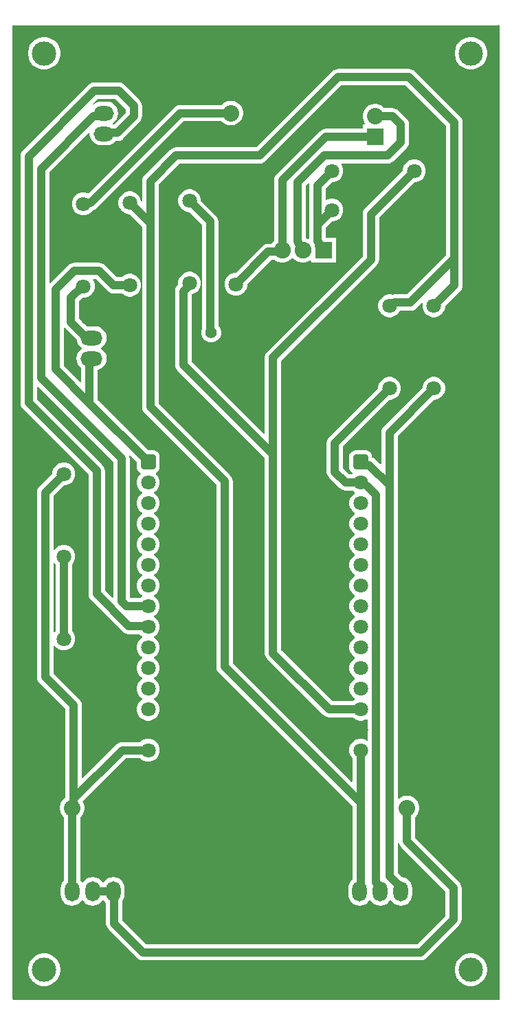
<source format=gbl>
G04*
G04 #@! TF.GenerationSoftware,Altium Limited,Altium Designer,21.0.9 (235)*
G04*
G04 Layer_Physical_Order=2*
G04 Layer_Color=16711680*
%FSLAX44Y44*%
%MOMM*%
G71*
G04*
G04 #@! TF.SameCoordinates,A5C90C27-E0DC-4246-AD6F-4CBF63F12547*
G04*
G04*
G04 #@! TF.FilePolarity,Positive*
G04*
G01*
G75*
%ADD10C,1.0000*%
%ADD11C,1.8000*%
%ADD12R,2.0320X2.0320*%
%ADD13C,2.0320*%
%ADD14O,2.5000X1.8000*%
%ADD15R,2.5000X2.0000*%
%ADD16O,2.7000X1.8000*%
%ADD17C,1.4160*%
%ADD18R,2.0700X2.0700*%
%ADD19C,2.0700*%
%ADD20O,1.8000X2.5000*%
G04:AMPARAMS|DCode=21|XSize=1.8mm|YSize=1.8mm|CornerRadius=0.225mm|HoleSize=0mm|Usage=FLASHONLY|Rotation=270.000|XOffset=0mm|YOffset=0mm|HoleType=Round|Shape=RoundedRectangle|*
%AMROUNDEDRECTD21*
21,1,1.8000,1.3500,0,0,270.0*
21,1,1.3500,1.8000,0,0,270.0*
1,1,0.4500,-0.6750,-0.6750*
1,1,0.4500,-0.6750,0.6750*
1,1,0.4500,0.6750,0.6750*
1,1,0.4500,0.6750,-0.6750*
%
%ADD21ROUNDEDRECTD21*%
%ADD22R,2.0320X2.0320*%
%ADD23R,2.0000X2.5000*%
%ADD24C,3.0000*%
G36*
X600710Y1200150D02*
Y0D01*
X1270D01*
X0Y1270D01*
Y1200150D01*
X598170D01*
X599440Y1201420D01*
X600710Y1200150D01*
D02*
G37*
%LPC*%
G36*
X567120Y1185860D02*
X563180D01*
X559316Y1185091D01*
X555676Y1183584D01*
X552401Y1181395D01*
X549615Y1178609D01*
X547426Y1175333D01*
X545919Y1171694D01*
X545150Y1167830D01*
Y1163890D01*
X545919Y1160026D01*
X547426Y1156386D01*
X549615Y1153111D01*
X552401Y1150325D01*
X555676Y1148136D01*
X559316Y1146629D01*
X563180Y1145860D01*
X567120D01*
X570984Y1146629D01*
X574623Y1148136D01*
X577899Y1150325D01*
X580685Y1153111D01*
X582874Y1156386D01*
X584381Y1160026D01*
X585150Y1163890D01*
Y1167830D01*
X584381Y1171694D01*
X582874Y1175333D01*
X580685Y1178609D01*
X577899Y1181395D01*
X574623Y1183584D01*
X570984Y1185091D01*
X567120Y1185860D01*
D02*
G37*
G36*
X41340D02*
X37400D01*
X33536Y1185091D01*
X29897Y1183584D01*
X26621Y1181395D01*
X23835Y1178609D01*
X21646Y1175333D01*
X20139Y1171694D01*
X19370Y1167830D01*
Y1163890D01*
X20139Y1160026D01*
X21646Y1156386D01*
X23835Y1153111D01*
X26621Y1150325D01*
X29897Y1148136D01*
X33536Y1146629D01*
X37400Y1145860D01*
X41340D01*
X45204Y1146629D01*
X48843Y1148136D01*
X52119Y1150325D01*
X54905Y1153111D01*
X57094Y1156386D01*
X58601Y1160026D01*
X59370Y1163890D01*
Y1167830D01*
X58601Y1171694D01*
X57094Y1175333D01*
X54905Y1178609D01*
X52119Y1181395D01*
X48843Y1183584D01*
X45204Y1185091D01*
X41340Y1185860D01*
D02*
G37*
G36*
X270733Y1107360D02*
X267747D01*
X264818Y1106777D01*
X262059Y1105635D01*
X259576Y1103976D01*
X257887Y1102286D01*
X207010D01*
X204400Y1101943D01*
X201967Y1100935D01*
X199878Y1099332D01*
X93666Y993121D01*
X93034Y993486D01*
X89473Y994440D01*
X85787D01*
X82226Y993486D01*
X79034Y991643D01*
X76427Y989036D01*
X74584Y985844D01*
X73630Y982283D01*
Y978597D01*
X74584Y975036D01*
X76427Y971844D01*
X79034Y969237D01*
X82226Y967394D01*
X85787Y966440D01*
X89473D01*
X93034Y967394D01*
X96226Y969237D01*
X98833Y971844D01*
X99027Y972180D01*
X99391Y972228D01*
X101824Y973236D01*
X103913Y974839D01*
X211188Y1082114D01*
X257887D01*
X259576Y1080424D01*
X262059Y1078765D01*
X264818Y1077623D01*
X267747Y1077040D01*
X270733D01*
X273662Y1077623D01*
X276421Y1078765D01*
X278904Y1080424D01*
X281015Y1082536D01*
X282675Y1085019D01*
X283817Y1087778D01*
X284400Y1090707D01*
Y1093693D01*
X283817Y1096622D01*
X282675Y1099381D01*
X281015Y1101864D01*
X278904Y1103976D01*
X276421Y1105635D01*
X273662Y1106777D01*
X270733Y1107360D01*
D02*
G37*
G36*
X131087Y1129949D02*
X101323D01*
X98712Y1129605D01*
X96280Y1128598D01*
X94191Y1126995D01*
X13188Y1045992D01*
X11585Y1043903D01*
X10577Y1041470D01*
X10234Y1038860D01*
Y735330D01*
X10577Y732719D01*
X11585Y730287D01*
X13188Y728198D01*
X94054Y647332D01*
Y499865D01*
X94397Y497254D01*
X95405Y494822D01*
X97008Y492733D01*
X136378Y453363D01*
X138467Y451760D01*
X140899Y450752D01*
X143510Y450408D01*
X156643D01*
X158914Y448137D01*
X160407Y447275D01*
Y446005D01*
X158914Y445143D01*
X156307Y442536D01*
X154464Y439344D01*
X153510Y435783D01*
Y432097D01*
X154464Y428536D01*
X156307Y425344D01*
X158914Y422737D01*
X160407Y421875D01*
Y420605D01*
X158914Y419743D01*
X156307Y417136D01*
X154464Y413944D01*
X153510Y410383D01*
Y406697D01*
X154464Y403136D01*
X156307Y399944D01*
X158914Y397337D01*
X160407Y396475D01*
Y395205D01*
X158914Y394343D01*
X156307Y391736D01*
X154464Y388544D01*
X153510Y384983D01*
Y381297D01*
X154464Y377736D01*
X156307Y374544D01*
X158914Y371937D01*
X160407Y371075D01*
Y369805D01*
X158914Y368943D01*
X156307Y366336D01*
X154464Y363144D01*
X153510Y359583D01*
Y355897D01*
X154464Y352336D01*
X156307Y349144D01*
X158914Y346537D01*
X162106Y344694D01*
X165667Y343740D01*
X169353D01*
X172914Y344694D01*
X176106Y346537D01*
X178713Y349144D01*
X180556Y352336D01*
X181510Y355897D01*
Y359583D01*
X180556Y363144D01*
X178713Y366336D01*
X176106Y368943D01*
X174613Y369805D01*
Y371075D01*
X176106Y371937D01*
X178713Y374544D01*
X180556Y377736D01*
X181510Y381297D01*
Y384983D01*
X180556Y388544D01*
X178713Y391736D01*
X176106Y394343D01*
X174613Y395205D01*
Y396475D01*
X176106Y397337D01*
X178713Y399944D01*
X180556Y403136D01*
X181510Y406697D01*
Y410383D01*
X180556Y413944D01*
X178713Y417136D01*
X176106Y419743D01*
X174613Y420605D01*
Y421875D01*
X176106Y422737D01*
X178713Y425344D01*
X180556Y428536D01*
X181510Y432097D01*
Y435783D01*
X180556Y439344D01*
X178713Y442536D01*
X176106Y445143D01*
X174613Y446005D01*
Y447275D01*
X176106Y448137D01*
X178713Y450744D01*
X180556Y453936D01*
X181510Y457497D01*
Y461183D01*
X180556Y464744D01*
X178713Y467936D01*
X176106Y470543D01*
X174613Y471405D01*
Y472675D01*
X176106Y473537D01*
X178713Y476144D01*
X180556Y479336D01*
X181510Y482897D01*
Y486583D01*
X180556Y490144D01*
X178713Y493336D01*
X176106Y495943D01*
X174613Y496805D01*
Y498075D01*
X176106Y498937D01*
X178713Y501544D01*
X180556Y504736D01*
X181510Y508297D01*
Y511983D01*
X180556Y515544D01*
X178713Y518736D01*
X176106Y521343D01*
X174613Y522205D01*
Y523475D01*
X176106Y524337D01*
X178713Y526944D01*
X180556Y530136D01*
X181510Y533697D01*
Y537383D01*
X180556Y540944D01*
X178713Y544136D01*
X176106Y546743D01*
X174613Y547605D01*
Y548875D01*
X176106Y549737D01*
X178713Y552344D01*
X180556Y555536D01*
X181510Y559097D01*
Y562783D01*
X180556Y566344D01*
X178713Y569536D01*
X176106Y572143D01*
X174613Y573005D01*
Y574275D01*
X176106Y575137D01*
X178713Y577744D01*
X180556Y580936D01*
X181510Y584497D01*
Y588183D01*
X180556Y591744D01*
X178713Y594936D01*
X176106Y597543D01*
X174613Y598405D01*
Y599675D01*
X176106Y600537D01*
X178713Y603144D01*
X180556Y606336D01*
X181510Y609897D01*
Y613583D01*
X180556Y617144D01*
X178713Y620336D01*
X176106Y622943D01*
X174613Y623805D01*
Y625075D01*
X176106Y625937D01*
X178713Y628544D01*
X180556Y631736D01*
X181510Y635297D01*
Y638983D01*
X180556Y642544D01*
X178713Y645736D01*
X176820Y647629D01*
X177118Y649127D01*
X177916Y649457D01*
X179431Y650619D01*
X180593Y652134D01*
X181323Y653897D01*
X181572Y655790D01*
Y669290D01*
X181323Y671183D01*
X180593Y672946D01*
X179431Y674461D01*
X177916Y675623D01*
X176153Y676353D01*
X174260Y676602D01*
X167712D01*
X105336Y738978D01*
Y776220D01*
X105945Y776300D01*
X109350Y777711D01*
X112275Y779955D01*
X114519Y782880D01*
X115930Y786285D01*
X116411Y789940D01*
X115930Y793595D01*
X114519Y797000D01*
X112275Y799925D01*
X109717Y801888D01*
X109614Y802231D01*
Y803049D01*
X109717Y803392D01*
X112275Y805355D01*
X114519Y808280D01*
X115930Y811685D01*
X116411Y815340D01*
X115930Y818995D01*
X114519Y822400D01*
X112275Y825325D01*
X109350Y827569D01*
X105945Y828980D01*
X102290Y829461D01*
X93290D01*
X92118Y829306D01*
X82476Y838948D01*
Y860692D01*
X86624Y864840D01*
X89473D01*
X93034Y865794D01*
X96226Y867637D01*
X98833Y870244D01*
X100676Y873436D01*
X101630Y876997D01*
Y880683D01*
X100676Y884244D01*
X99383Y886484D01*
X100116Y887754D01*
X102929D01*
X117704Y872978D01*
X119794Y871375D01*
X122226Y870367D01*
X124837Y870024D01*
X135067D01*
X136184Y868907D01*
X139376Y867064D01*
X142937Y866110D01*
X146623D01*
X150184Y867064D01*
X153376Y868907D01*
X155983Y871514D01*
X157826Y874706D01*
X158780Y878267D01*
Y881953D01*
X157826Y885514D01*
X155983Y888706D01*
X153376Y891313D01*
X150184Y893156D01*
X146623Y894110D01*
X142937D01*
X139376Y893156D01*
X136184Y891313D01*
X135067Y890196D01*
X129015D01*
X114239Y904972D01*
X112150Y906575D01*
X109717Y907583D01*
X107107Y907926D01*
X76150D01*
X73540Y907583D01*
X71107Y906575D01*
X69018Y904972D01*
X46916Y882870D01*
X45646Y883397D01*
Y1019442D01*
X94377Y1068173D01*
X95516Y1067611D01*
X95409Y1066800D01*
X95890Y1063145D01*
X97301Y1059740D01*
X99545Y1056815D01*
X102470Y1054571D01*
X105875Y1053160D01*
X109530Y1052679D01*
X116530D01*
X120185Y1053160D01*
X123590Y1054571D01*
X126515Y1056815D01*
X127282Y1057814D01*
X129370D01*
X131981Y1058158D01*
X134414Y1059166D01*
X136503Y1060769D01*
X156992Y1081258D01*
X158595Y1083347D01*
X159603Y1085779D01*
X159946Y1088390D01*
Y1101090D01*
X159603Y1103700D01*
X158595Y1106133D01*
X156992Y1108222D01*
X138219Y1126995D01*
X136130Y1128598D01*
X133698Y1129605D01*
X131087Y1129949D01*
D02*
G37*
G36*
X448533Y1103550D02*
X445547D01*
X442618Y1102967D01*
X439859Y1101825D01*
X437376Y1100165D01*
X435265Y1098054D01*
X433605Y1095571D01*
X432463Y1092812D01*
X431880Y1089883D01*
Y1086897D01*
X432463Y1083968D01*
X433605Y1081209D01*
X434801Y1079420D01*
X434122Y1078150D01*
X431880D01*
Y1073076D01*
X386457D01*
X383846Y1072733D01*
X381414Y1071725D01*
X379325Y1070122D01*
X325608Y1016405D01*
X324005Y1014316D01*
X322997Y1011884D01*
X322654Y1009273D01*
Y934912D01*
X320817Y933075D01*
X319650Y931329D01*
X315453D01*
X312842Y930985D01*
X310410Y929978D01*
X308321Y928375D01*
X275326Y895380D01*
X273747D01*
X270186Y894426D01*
X266994Y892583D01*
X264387Y889976D01*
X262544Y886784D01*
X261590Y883223D01*
Y879537D01*
X262544Y875976D01*
X264387Y872784D01*
X266994Y870177D01*
X270186Y868334D01*
X273747Y867380D01*
X277433D01*
X280994Y868334D01*
X284186Y870177D01*
X286793Y872784D01*
X288636Y875976D01*
X289590Y879537D01*
Y881116D01*
X319631Y911156D01*
X323270D01*
X325469Y909687D01*
X328263Y908530D01*
X331228Y907940D01*
X334252D01*
X337217Y908530D01*
X340011Y909687D01*
X342525Y911367D01*
X344663Y913505D01*
X344805Y913717D01*
X346075D01*
X346217Y913505D01*
X348355Y911367D01*
X350869Y909687D01*
X353663Y908530D01*
X356628Y907940D01*
X359652D01*
X362617Y908530D01*
X365411Y909687D01*
X366920Y910695D01*
X368190Y910016D01*
Y907940D01*
X398890D01*
Y938640D01*
X386006D01*
Y950862D01*
X393964Y958820D01*
X395543D01*
X399104Y959774D01*
X402296Y961617D01*
X404903Y964224D01*
X406746Y967416D01*
X407700Y970977D01*
Y974663D01*
X406746Y978224D01*
X404903Y981416D01*
X402296Y984023D01*
X399104Y985866D01*
X395543Y986820D01*
X391857D01*
X388296Y985866D01*
X387106Y985179D01*
X386006Y985814D01*
Y999122D01*
X393964Y1007080D01*
X395543D01*
X399104Y1008034D01*
X402296Y1009877D01*
X404903Y1012484D01*
X406746Y1015676D01*
X407700Y1019237D01*
Y1022923D01*
X406746Y1026484D01*
X405453Y1028724D01*
X406186Y1029994D01*
X462230D01*
X464841Y1030337D01*
X467273Y1031345D01*
X469362Y1032948D01*
X485922Y1049508D01*
X487525Y1051597D01*
X488533Y1054029D01*
X488876Y1056640D01*
Y1078230D01*
X488533Y1080841D01*
X487525Y1083273D01*
X485922Y1085362D01*
X475762Y1095522D01*
X473673Y1097125D01*
X471241Y1098133D01*
X468630Y1098476D01*
X458393D01*
X456704Y1100165D01*
X454221Y1101825D01*
X451462Y1102967D01*
X448533Y1103550D01*
D02*
G37*
G36*
X488950Y1146736D02*
X401320D01*
X398709Y1146393D01*
X396277Y1145385D01*
X394188Y1143782D01*
X300622Y1050216D01*
X201930D01*
X199319Y1049873D01*
X196887Y1048865D01*
X194798Y1047262D01*
X163048Y1015512D01*
X161445Y1013423D01*
X160437Y1010991D01*
X160094Y1008380D01*
Y983800D01*
X158824Y983121D01*
X158780Y983150D01*
Y983553D01*
X157826Y987114D01*
X155983Y990306D01*
X153376Y992913D01*
X150184Y994756D01*
X146623Y995710D01*
X142937D01*
X139376Y994756D01*
X136184Y992913D01*
X133577Y990306D01*
X131734Y987114D01*
X130780Y983553D01*
Y979867D01*
X131734Y976306D01*
X133577Y973114D01*
X136184Y970507D01*
X139376Y968664D01*
X142937Y967710D01*
X144516D01*
X160094Y952132D01*
Y730250D01*
X160437Y727639D01*
X161445Y725207D01*
X163048Y723118D01*
X251534Y634632D01*
Y410210D01*
X251877Y407599D01*
X252885Y405167D01*
X254488Y403078D01*
X419174Y238392D01*
Y147732D01*
X418005Y146835D01*
X415761Y143910D01*
X414350Y140505D01*
X413869Y136850D01*
Y129850D01*
X414350Y126195D01*
X415761Y122790D01*
X418005Y119865D01*
X420930Y117621D01*
X424335Y116210D01*
X427990Y115729D01*
X431645Y116210D01*
X435050Y117621D01*
X437975Y119865D01*
X439938Y122423D01*
X440281Y122526D01*
X441099D01*
X441442Y122423D01*
X443405Y119865D01*
X446330Y117621D01*
X449735Y116210D01*
X453390Y115729D01*
X457045Y116210D01*
X460450Y117621D01*
X463375Y119865D01*
X465338Y122423D01*
X465681Y122526D01*
X466499D01*
X466842Y122423D01*
X468805Y119865D01*
X471730Y117621D01*
X475135Y116210D01*
X478790Y115729D01*
X482445Y116210D01*
X485850Y117621D01*
X488775Y119865D01*
X491019Y122790D01*
X492430Y126195D01*
X492911Y129850D01*
Y136850D01*
X492430Y140505D01*
X491019Y143910D01*
X488775Y146835D01*
X485850Y149079D01*
X482445Y150490D01*
X480648Y150726D01*
X475066Y156308D01*
Y194640D01*
X476336Y194724D01*
X476667Y192208D01*
X477675Y189776D01*
X479278Y187687D01*
X533474Y133491D01*
Y103238D01*
X498742Y68506D01*
X165468D01*
X135816Y98158D01*
Y121652D01*
X136689Y122790D01*
X138100Y126195D01*
X138581Y129850D01*
Y136850D01*
X138100Y140505D01*
X136689Y143910D01*
X134445Y146835D01*
X131520Y149079D01*
X128115Y150490D01*
X124460Y150971D01*
X120805Y150490D01*
X117400Y149079D01*
X114475Y146835D01*
X112512Y144277D01*
X112169Y144174D01*
X111351D01*
X111008Y144277D01*
X109045Y146835D01*
X106120Y149079D01*
X102715Y150490D01*
X99060Y150971D01*
X95405Y150490D01*
X92000Y149079D01*
X89075Y146835D01*
X87112Y144277D01*
X86769Y144174D01*
X85951D01*
X85608Y144277D01*
X83746Y146703D01*
Y224867D01*
X85435Y226556D01*
X87095Y229039D01*
X88237Y231798D01*
X88820Y234727D01*
Y237713D01*
X88237Y240642D01*
X87095Y243401D01*
X86673Y244031D01*
X139896Y297254D01*
X157797D01*
X158914Y296137D01*
X162106Y294294D01*
X165667Y293340D01*
X169353D01*
X172914Y294294D01*
X176106Y296137D01*
X178713Y298744D01*
X180556Y301936D01*
X181510Y305497D01*
Y309183D01*
X180556Y312744D01*
X178713Y315936D01*
X176106Y318543D01*
X172914Y320386D01*
X169353Y321340D01*
X165667D01*
X162106Y320386D01*
X158914Y318543D01*
X157797Y317426D01*
X135718D01*
X133107Y317083D01*
X130675Y316075D01*
X128586Y314472D01*
X86894Y272780D01*
X85721Y273267D01*
Y362515D01*
X85377Y365126D01*
X84370Y367559D01*
X82767Y369647D01*
X50726Y401688D01*
Y436171D01*
X51953Y436499D01*
X52297Y435903D01*
X54904Y433296D01*
X58096Y431453D01*
X61657Y430499D01*
X65343D01*
X68904Y431453D01*
X72096Y433296D01*
X74703Y435903D01*
X76546Y439095D01*
X77500Y442656D01*
Y446342D01*
X76546Y449903D01*
X74703Y453095D01*
X73586Y454212D01*
Y536387D01*
X74703Y537504D01*
X76546Y540696D01*
X77500Y544257D01*
Y547943D01*
X76546Y551504D01*
X74703Y554696D01*
X72096Y557303D01*
X68904Y559146D01*
X65343Y560100D01*
X61657D01*
X58096Y559146D01*
X54904Y557303D01*
X52297Y554696D01*
X51953Y554100D01*
X50726Y554429D01*
Y620662D01*
X63764Y633700D01*
X65343D01*
X68904Y634654D01*
X72096Y636497D01*
X74703Y639104D01*
X76546Y642296D01*
X77500Y645857D01*
Y649543D01*
X76546Y653104D01*
X74703Y656296D01*
X72096Y658903D01*
X68904Y660746D01*
X65343Y661700D01*
X61657D01*
X58096Y660746D01*
X54904Y658903D01*
X52297Y656296D01*
X50454Y653104D01*
X49500Y649543D01*
Y647964D01*
X33508Y631972D01*
X31905Y629883D01*
X30897Y627450D01*
X30554Y624840D01*
Y397510D01*
X30897Y394899D01*
X31905Y392467D01*
X33508Y390378D01*
X65548Y358338D01*
Y249033D01*
X63996Y247995D01*
X61884Y245884D01*
X60225Y243401D01*
X59083Y240642D01*
X58500Y237713D01*
Y234727D01*
X59083Y231798D01*
X60225Y229039D01*
X61884Y226556D01*
X63574Y224867D01*
Y146703D01*
X61431Y143910D01*
X60020Y140505D01*
X59539Y136850D01*
Y129850D01*
X60020Y126195D01*
X61431Y122790D01*
X63675Y119865D01*
X66600Y117621D01*
X70005Y116210D01*
X73660Y115729D01*
X77315Y116210D01*
X80720Y117621D01*
X83645Y119865D01*
X85608Y122423D01*
X85951Y122526D01*
X86769D01*
X87112Y122423D01*
X89075Y119865D01*
X92000Y117621D01*
X95405Y116210D01*
X99060Y115729D01*
X102715Y116210D01*
X106120Y117621D01*
X109045Y119865D01*
X111008Y122423D01*
X111351Y122526D01*
X112169D01*
X112512Y122423D01*
X114475Y119865D01*
X115644Y118968D01*
Y93980D01*
X115987Y91369D01*
X116995Y88937D01*
X118598Y86848D01*
X154158Y51288D01*
X156247Y49685D01*
X158680Y48677D01*
X161290Y48334D01*
X502920D01*
X505531Y48677D01*
X507963Y49685D01*
X510052Y51288D01*
X550692Y91928D01*
X552295Y94017D01*
X553303Y96449D01*
X553646Y99060D01*
Y137669D01*
X553303Y140279D01*
X552295Y142712D01*
X550692Y144801D01*
X496496Y198997D01*
Y224867D01*
X498186Y226556D01*
X499845Y229039D01*
X500987Y231798D01*
X501570Y234727D01*
Y237713D01*
X500987Y240642D01*
X499845Y243401D01*
X498186Y245884D01*
X496074Y247995D01*
X493591Y249655D01*
X490832Y250797D01*
X487903Y251380D01*
X484917D01*
X481988Y250797D01*
X479229Y249655D01*
X476746Y247995D01*
X476240Y247489D01*
X475066Y247975D01*
Y628290D01*
X474906Y629505D01*
Y633722D01*
Y694322D01*
X519694Y739110D01*
X521273D01*
X524834Y740064D01*
X528026Y741907D01*
X530633Y744514D01*
X532476Y747706D01*
X533430Y751267D01*
Y754953D01*
X532476Y758514D01*
X530633Y761706D01*
X528026Y764313D01*
X524834Y766156D01*
X521273Y767110D01*
X517587D01*
X514026Y766156D01*
X510834Y764313D01*
X508227Y761706D01*
X506384Y758514D01*
X505430Y754953D01*
Y753374D01*
X457688Y705632D01*
X456085Y703543D01*
X455077Y701111D01*
X454734Y698500D01*
Y659732D01*
X453560Y659246D01*
X447134Y665672D01*
X445045Y667275D01*
X443322Y667989D01*
Y669290D01*
X443073Y671183D01*
X442343Y672946D01*
X441181Y674461D01*
X439666Y675623D01*
X437903Y676353D01*
X436010Y676602D01*
X422510D01*
X420617Y676353D01*
X418854Y675623D01*
X417339Y674461D01*
X416177Y672946D01*
X415447Y671183D01*
X415197Y669290D01*
Y655790D01*
X415447Y653897D01*
X416177Y652134D01*
X417339Y650619D01*
X418854Y649457D01*
X419102Y649354D01*
X419425Y647953D01*
X418807Y647226D01*
X414788D01*
X407596Y654418D01*
Y681622D01*
X465084Y739110D01*
X466663D01*
X470224Y740064D01*
X473416Y741907D01*
X476023Y744514D01*
X477866Y747706D01*
X478820Y751267D01*
Y754953D01*
X477866Y758514D01*
X476023Y761706D01*
X473416Y764313D01*
X470224Y766156D01*
X466663Y767110D01*
X462977D01*
X459416Y766156D01*
X456224Y764313D01*
X453617Y761706D01*
X451774Y758514D01*
X450820Y754953D01*
Y753374D01*
X390378Y692932D01*
X388775Y690843D01*
X387767Y688410D01*
X387424Y685800D01*
Y650240D01*
X387767Y647629D01*
X388775Y645197D01*
X390378Y643108D01*
X403478Y630008D01*
X405567Y628405D01*
X407999Y627397D01*
X410610Y627054D01*
X419547D01*
X420664Y625937D01*
X422157Y625075D01*
Y623805D01*
X420664Y622943D01*
X418057Y620336D01*
X416214Y617144D01*
X415260Y613583D01*
Y609897D01*
X416214Y606336D01*
X418057Y603144D01*
X420664Y600537D01*
X422157Y599675D01*
Y598405D01*
X420664Y597543D01*
X418057Y594936D01*
X416214Y591744D01*
X415260Y588183D01*
Y584497D01*
X416214Y580936D01*
X418057Y577744D01*
X420664Y575137D01*
X422157Y574275D01*
Y573005D01*
X420664Y572143D01*
X418057Y569536D01*
X416214Y566344D01*
X415260Y562783D01*
Y559097D01*
X416214Y555536D01*
X418057Y552344D01*
X420664Y549737D01*
X422157Y548875D01*
Y547605D01*
X420664Y546743D01*
X418057Y544136D01*
X416214Y540944D01*
X415260Y537383D01*
Y533697D01*
X416214Y530136D01*
X418057Y526944D01*
X420664Y524337D01*
X422157Y523475D01*
Y522205D01*
X420664Y521343D01*
X418057Y518736D01*
X416214Y515544D01*
X415260Y511983D01*
Y508297D01*
X416214Y504736D01*
X418057Y501544D01*
X420664Y498937D01*
X422157Y498075D01*
Y496805D01*
X420664Y495943D01*
X418057Y493336D01*
X416214Y490144D01*
X415260Y486583D01*
Y482897D01*
X416214Y479336D01*
X418057Y476144D01*
X420664Y473537D01*
X422157Y472675D01*
Y471405D01*
X420664Y470543D01*
X418057Y467936D01*
X416214Y464744D01*
X415260Y461183D01*
Y457497D01*
X416214Y453936D01*
X418057Y450744D01*
X420664Y448137D01*
X422157Y447275D01*
Y446005D01*
X420664Y445143D01*
X418057Y442536D01*
X416214Y439344D01*
X415260Y435783D01*
Y432097D01*
X416214Y428536D01*
X418057Y425344D01*
X420664Y422737D01*
X422157Y421875D01*
Y420605D01*
X420664Y419743D01*
X418057Y417136D01*
X416214Y413944D01*
X415260Y410383D01*
Y406697D01*
X416214Y403136D01*
X418057Y399944D01*
X420664Y397337D01*
X422157Y396475D01*
Y395205D01*
X420664Y394343D01*
X418057Y391736D01*
X416214Y388544D01*
X415260Y384983D01*
Y381297D01*
X416214Y377736D01*
X418057Y374544D01*
X420664Y371937D01*
X422157Y371075D01*
Y369805D01*
X420664Y368943D01*
X419547Y367826D01*
X394468D01*
X331396Y430898D01*
Y671830D01*
Y787032D01*
X449092Y904728D01*
X450695Y906817D01*
X451703Y909249D01*
X452046Y911860D01*
Y963562D01*
X495564Y1007080D01*
X497143D01*
X500704Y1008034D01*
X503896Y1009877D01*
X506503Y1012484D01*
X508346Y1015676D01*
X509300Y1019237D01*
Y1022923D01*
X508346Y1026484D01*
X506503Y1029676D01*
X503896Y1032283D01*
X500704Y1034126D01*
X497143Y1035080D01*
X493457D01*
X489896Y1034126D01*
X486704Y1032283D01*
X484097Y1029676D01*
X482254Y1026484D01*
X481300Y1022923D01*
Y1021344D01*
X434828Y974872D01*
X433225Y972783D01*
X432217Y970351D01*
X431874Y967740D01*
Y916038D01*
X314178Y798342D01*
X312575Y796253D01*
X311567Y793820D01*
X311224Y791210D01*
Y697840D01*
X310050Y697354D01*
X220906Y786498D01*
Y868687D01*
X221083Y868865D01*
X223844Y869604D01*
X227036Y871447D01*
X229643Y874054D01*
X231486Y877246D01*
X232440Y880807D01*
Y884493D01*
X231486Y888054D01*
X229643Y891246D01*
X227036Y893853D01*
X223844Y895696D01*
X220283Y896650D01*
X216597D01*
X213036Y895696D01*
X209844Y893853D01*
X207237Y891246D01*
X205394Y888054D01*
X204440Y884493D01*
Y880807D01*
X204452Y880761D01*
X203688Y879997D01*
X202085Y877908D01*
X201077Y875476D01*
X200734Y872865D01*
Y782320D01*
X201077Y779709D01*
X202085Y777277D01*
X203688Y775188D01*
X311224Y667652D01*
Y426720D01*
X311567Y424109D01*
X312575Y421677D01*
X314178Y419588D01*
X383158Y350608D01*
X385247Y349005D01*
X387679Y347997D01*
X390290Y347654D01*
X419547D01*
X420664Y346537D01*
X423856Y344694D01*
X427417Y343740D01*
X431103D01*
X434664Y344694D01*
X436954Y346016D01*
X438224Y345283D01*
Y319797D01*
X436954Y319064D01*
X434664Y320386D01*
X431103Y321340D01*
X427417D01*
X423856Y320386D01*
X420664Y318543D01*
X418057Y315936D01*
X416214Y312744D01*
X415260Y309183D01*
Y305497D01*
X416214Y301936D01*
X418057Y298744D01*
X419174Y297627D01*
Y268580D01*
X418000Y268094D01*
X271706Y414388D01*
Y638810D01*
X271363Y641421D01*
X270355Y643853D01*
X268752Y645942D01*
X180266Y734428D01*
Y956310D01*
Y1004202D01*
X206108Y1030044D01*
X304800D01*
X307411Y1030387D01*
X309843Y1031395D01*
X311932Y1032998D01*
X405498Y1126564D01*
X484772D01*
X534744Y1076592D01*
Y917308D01*
X486232Y868796D01*
X470985D01*
X468374Y868453D01*
X468079Y868331D01*
X466663Y868710D01*
X462977D01*
X459416Y867756D01*
X456224Y865913D01*
X453617Y863306D01*
X451774Y860114D01*
X450820Y856553D01*
Y852867D01*
X451774Y849306D01*
X453617Y846114D01*
X456224Y843507D01*
X459416Y841664D01*
X462977Y840710D01*
X466663D01*
X470224Y841664D01*
X473416Y843507D01*
X476023Y846114D01*
X477472Y848624D01*
X490410D01*
X493021Y848967D01*
X495453Y849975D01*
X497542Y851578D01*
X504700Y858736D01*
X505839Y858079D01*
X505430Y856553D01*
Y852867D01*
X506384Y849306D01*
X508227Y846114D01*
X510834Y843507D01*
X514026Y841664D01*
X517587Y840710D01*
X521273D01*
X524834Y841664D01*
X528026Y843507D01*
X530633Y846114D01*
X532476Y849306D01*
X533430Y852867D01*
Y854446D01*
X551962Y872978D01*
X553565Y875067D01*
X554573Y877499D01*
X554916Y880110D01*
Y913130D01*
Y1080770D01*
X554573Y1083381D01*
X553565Y1085813D01*
X551962Y1087902D01*
X496082Y1143782D01*
X493993Y1145385D01*
X491561Y1146393D01*
X488950Y1146736D01*
D02*
G37*
G36*
X220283Y998250D02*
X216597D01*
X213036Y997296D01*
X209844Y995453D01*
X207237Y992846D01*
X205394Y989654D01*
X204440Y986093D01*
Y982407D01*
X205394Y978846D01*
X207237Y975654D01*
X209844Y973047D01*
X213036Y971204D01*
X216597Y970250D01*
X218176D01*
X233754Y954672D01*
Y825981D01*
X233030Y823280D01*
Y820100D01*
X233853Y817027D01*
X235444Y814273D01*
X237693Y812024D01*
X240447Y810433D01*
X243520Y809610D01*
X246700D01*
X249773Y810433D01*
X252527Y812024D01*
X254776Y814273D01*
X256367Y817027D01*
X257190Y820100D01*
Y823280D01*
X256367Y826353D01*
X254776Y829107D01*
X253926Y829957D01*
Y958850D01*
X253583Y961460D01*
X252575Y963893D01*
X250972Y965982D01*
X232440Y984514D01*
Y986093D01*
X231486Y989654D01*
X229643Y992846D01*
X227036Y995453D01*
X223844Y997296D01*
X220283Y998250D01*
D02*
G37*
G36*
X567120Y56830D02*
X563180D01*
X559316Y56061D01*
X555676Y54554D01*
X552401Y52365D01*
X549615Y49579D01*
X547426Y46304D01*
X545919Y42664D01*
X545150Y38800D01*
Y34860D01*
X545919Y30996D01*
X547426Y27357D01*
X549615Y24081D01*
X552401Y21295D01*
X555676Y19106D01*
X559316Y17599D01*
X563180Y16830D01*
X567120D01*
X570984Y17599D01*
X574623Y19106D01*
X577899Y21295D01*
X580685Y24081D01*
X582874Y27357D01*
X584381Y30996D01*
X585150Y34860D01*
Y38800D01*
X584381Y42664D01*
X582874Y46304D01*
X580685Y49579D01*
X577899Y52365D01*
X574623Y54554D01*
X570984Y56061D01*
X567120Y56830D01*
D02*
G37*
G36*
X41340D02*
X37400D01*
X33536Y56061D01*
X29897Y54554D01*
X26621Y52365D01*
X23835Y49579D01*
X21646Y46304D01*
X20139Y42664D01*
X19370Y38800D01*
Y34860D01*
X20139Y30996D01*
X21646Y27357D01*
X23835Y24081D01*
X26621Y21295D01*
X29897Y19106D01*
X33536Y17599D01*
X37400Y16830D01*
X41340D01*
X45204Y17599D01*
X48843Y19106D01*
X52119Y21295D01*
X54905Y24081D01*
X57094Y27357D01*
X58601Y30996D01*
X59370Y34860D01*
Y38800D01*
X58601Y42664D01*
X57094Y46304D01*
X54905Y49579D01*
X52119Y52365D01*
X48843Y54554D01*
X45204Y56061D01*
X41340Y56830D01*
D02*
G37*
%LPD*%
G36*
X139774Y1096912D02*
Y1092568D01*
X125193Y1077987D01*
X124949D01*
X123956Y1078748D01*
X123854Y1079091D01*
Y1079909D01*
X123956Y1080252D01*
X126515Y1082215D01*
X128759Y1085140D01*
X130170Y1088545D01*
X130651Y1092200D01*
X130170Y1095855D01*
X128759Y1099260D01*
X126515Y1102185D01*
X123590Y1104429D01*
X120185Y1105840D01*
X116530Y1106321D01*
X109530D01*
X105875Y1105840D01*
X102470Y1104429D01*
X100233Y1102712D01*
X99394Y1103669D01*
X105501Y1109777D01*
X126909D01*
X139774Y1096912D01*
D02*
G37*
G36*
X65258Y827638D02*
X79414Y813482D01*
X79650Y811685D01*
X81061Y808280D01*
X83305Y805355D01*
X85864Y803392D01*
X85966Y803049D01*
Y802231D01*
X85864Y801888D01*
X83305Y799925D01*
X81061Y797000D01*
X79650Y793595D01*
X79169Y789940D01*
X79650Y786285D01*
X81061Y782880D01*
X83305Y779955D01*
X85164Y778529D01*
Y760810D01*
X83990Y760324D01*
X63426Y780888D01*
Y827939D01*
X64696Y828370D01*
X65258Y827638D01*
D02*
G37*
G36*
X124534Y662572D02*
Y495394D01*
X123360Y494908D01*
X114226Y504043D01*
Y651510D01*
X113883Y654120D01*
X112875Y656553D01*
X111272Y658642D01*
X30406Y739508D01*
Y755040D01*
X31580Y755526D01*
X124534Y662572D01*
D02*
G37*
G36*
X153448Y662338D02*
Y655790D01*
X153697Y653897D01*
X154427Y652134D01*
X155589Y650619D01*
X157104Y649457D01*
X157902Y649127D01*
X158200Y647629D01*
X156307Y645736D01*
X154464Y642544D01*
X153510Y638983D01*
Y635297D01*
X154464Y631736D01*
X156307Y628544D01*
X158914Y625937D01*
X160407Y625075D01*
Y623805D01*
X158914Y622943D01*
X156307Y620336D01*
X154464Y617144D01*
X153510Y613583D01*
Y609897D01*
X154464Y606336D01*
X156307Y603144D01*
X158914Y600537D01*
X160407Y599675D01*
Y598405D01*
X158914Y597543D01*
X156307Y594936D01*
X154464Y591744D01*
X153510Y588183D01*
Y584497D01*
X154464Y580936D01*
X156307Y577744D01*
X158914Y575137D01*
X160407Y574275D01*
Y573005D01*
X158914Y572143D01*
X156307Y569536D01*
X154464Y566344D01*
X153510Y562783D01*
Y559097D01*
X154464Y555536D01*
X156307Y552344D01*
X158914Y549737D01*
X160407Y548875D01*
Y547605D01*
X158914Y546743D01*
X156307Y544136D01*
X154464Y540944D01*
X153510Y537383D01*
Y533697D01*
X154464Y530136D01*
X156307Y526944D01*
X158914Y524337D01*
X160407Y523475D01*
Y522205D01*
X158914Y521343D01*
X156307Y518736D01*
X154464Y515544D01*
X153510Y511983D01*
Y508297D01*
X154464Y504736D01*
X156307Y501544D01*
X158914Y498937D01*
X160407Y498075D01*
Y496805D01*
X158914Y495943D01*
X157797Y494826D01*
X144706D01*
Y666750D01*
X144363Y669361D01*
X144174Y669816D01*
X145251Y670535D01*
X153448Y662338D01*
D02*
G37*
G36*
X366106Y1005366D02*
X365834Y1003300D01*
Y971289D01*
Y966470D01*
Y955040D01*
Y938092D01*
X364564Y937244D01*
X362617Y938050D01*
X361876Y938197D01*
Y1002932D01*
X364903Y1005959D01*
X366106Y1005366D01*
D02*
G37*
G36*
X52297Y537504D02*
X53414Y536387D01*
Y454212D01*
X52297Y453095D01*
X51953Y452499D01*
X50726Y452828D01*
Y537771D01*
X51953Y538100D01*
X52297Y537504D01*
D02*
G37*
D10*
X437458Y633128D02*
X448310Y622277D01*
X429260Y662540D02*
X433260Y658540D01*
X448310Y144095D02*
Y622277D01*
X351790Y1007110D02*
X384760Y1040080D01*
X101323Y1119863D02*
X131087D01*
X321310Y791210D02*
X441960Y911860D01*
X149860Y1088390D02*
Y1101090D01*
X352790Y931535D02*
Y933498D01*
X378190Y928640D02*
Y932228D01*
X131087Y1119863D02*
X149860Y1101090D01*
X20320Y1038860D02*
X101323Y1119863D01*
X352790Y931535D02*
X358140Y926185D01*
X114130Y1067900D02*
X129370D01*
X144780Y981710D02*
X146311Y983241D01*
X351790Y934498D02*
X352790Y933498D01*
X107107Y897840D02*
X124837Y880110D01*
X543560Y99060D02*
Y137669D01*
X486410Y194819D02*
X543560Y137669D01*
X440002Y658540D02*
X464820Y633722D01*
X124837Y880110D02*
X144780D01*
X378190Y928640D02*
X383540Y923290D01*
X375920Y934498D02*
Y955040D01*
X393700Y972820D02*
X393700D01*
X441960Y967740D02*
X495300Y1021080D01*
X170180Y730250D02*
X261620Y638810D01*
X72390Y834770D02*
X91820Y815340D01*
X304800Y1040130D02*
X401320Y1136650D01*
X429260Y143510D02*
Y242570D01*
X261620Y410210D02*
X429260Y242570D01*
X95250Y734800D02*
Y787400D01*
Y734800D02*
X167510Y662540D01*
X95250Y787400D02*
X97790Y789940D01*
X104140Y499865D02*
Y651510D01*
Y499865D02*
X143510Y460495D01*
X134620Y490598D02*
Y666750D01*
X502920Y58420D02*
X543560Y99060D01*
X321310Y426720D02*
Y671830D01*
X99060Y133350D02*
X124460D01*
X161290Y58420D02*
X502920D01*
X218440Y984250D02*
X243840Y958850D01*
X134620Y490598D02*
X140478Y484740D01*
X166355Y460495D02*
X167510Y459340D01*
X143510Y460495D02*
X166355D01*
X140478Y484740D02*
X167510D01*
X519430Y854710D02*
X544830Y880110D01*
X390290Y357740D02*
X429260D01*
X124460Y133350D02*
X125730Y132080D01*
Y93980D02*
Y132080D01*
Y93980D02*
X161290Y58420D01*
X261620Y410210D02*
Y638810D01*
X63500Y444499D02*
Y546100D01*
X433260Y658540D02*
X440002D01*
X397510Y650240D02*
X410610Y637140D01*
X397510Y650240D02*
Y685800D01*
X410610Y637140D02*
X429260D01*
X397510Y685800D02*
X464820Y753110D01*
X321310Y671830D02*
Y791210D01*
Y426720D02*
X390290Y357740D01*
X441960Y911860D02*
Y967740D01*
X35560Y765810D02*
Y1023620D01*
X20320Y735330D02*
Y1038860D01*
X107365Y1092200D02*
X113030D01*
X103365Y1088200D02*
X107365Y1092200D01*
X375920Y971289D02*
Y1003300D01*
X53340Y875030D02*
X76150Y897840D01*
X91820Y815340D02*
X97790D01*
X53340Y776710D02*
X95250Y734800D01*
X20320Y735330D02*
X104140Y651510D01*
X35560Y765810D02*
X134620Y666750D01*
X393700Y1021080D02*
Y1021080D01*
X40640Y624840D02*
X63500Y647700D01*
X40640Y397510D02*
Y624840D01*
Y397510D02*
X75635Y362515D01*
Y247257D02*
Y362515D01*
Y238195D02*
Y247257D01*
X135718Y307340D01*
X167510D01*
X73660Y236220D02*
X75635Y238195D01*
X73660Y133350D02*
Y236220D01*
X464820Y753110D02*
X464820D01*
X519430D02*
X519430D01*
X464820Y854710D02*
X466985D01*
X488950Y1136650D02*
X544830Y1080770D01*
Y880110D02*
Y913130D01*
X466985Y854710D02*
X470985Y858710D01*
X490410D01*
X544830Y913130D01*
X429260Y242570D02*
Y307340D01*
X332740Y1009273D02*
X386457Y1062990D01*
X447040D01*
X351790Y934498D02*
Y1007110D01*
X384760Y1040080D02*
X462230D01*
X358140Y923290D02*
Y926185D01*
X375920Y1003300D02*
X393700Y1021080D01*
X447040Y1088390D02*
X468630D01*
X462230Y1040080D02*
X478790Y1056640D01*
X468630Y1088390D02*
X478790Y1078230D01*
Y1056640D02*
Y1078230D01*
X375920Y934498D02*
X378190Y932228D01*
X375920Y955040D02*
X393700Y972820D01*
X544830Y913130D02*
Y1080770D01*
X401320Y1136650D02*
X488950D01*
X243840Y825901D02*
X244314Y825427D01*
X243840Y825901D02*
Y958850D01*
X453390Y133350D02*
Y139015D01*
X464820Y633722D02*
Y698500D01*
X275590Y881380D02*
X315453Y921243D01*
X330693D02*
X332740Y923290D01*
X87630Y980440D02*
X89161Y981971D01*
X144780Y981710D02*
X170180Y956310D01*
X315453Y921243D02*
X330693D01*
X170180Y730250D02*
Y956310D01*
X96781Y981971D02*
X207010Y1092200D01*
X170180Y956310D02*
Y1008380D01*
X113030Y1066800D02*
X114130Y1067900D01*
X35560Y1023620D02*
X100140Y1088200D01*
X332740Y923290D02*
Y1009273D01*
X129370Y1067900D02*
X149860Y1088390D01*
X464980Y152130D02*
Y628290D01*
X100140Y1088200D02*
X103365D01*
X218440Y880485D02*
Y882650D01*
X375920Y955040D02*
Y966470D01*
X210820Y782320D02*
X321310Y671830D01*
X448310Y144095D02*
X453390Y139015D01*
X244314Y823546D02*
Y825427D01*
X210820Y872865D02*
X218440Y880485D01*
X464820Y698500D02*
X519430Y753110D01*
X243840Y823072D02*
X244314Y823546D01*
X201930Y1040130D02*
X304800D01*
X210820Y782320D02*
Y872865D01*
X464980Y152130D02*
X478790Y138320D01*
Y133350D02*
Y138320D01*
X207010Y1092200D02*
X269240D01*
X89161Y981971D02*
X96781D01*
X464820Y628450D02*
Y633722D01*
X72390Y864870D02*
X86360Y878840D01*
X87630D01*
X486410Y194819D02*
Y236220D01*
X86099Y877309D02*
X87630Y878840D01*
X76150Y897840D02*
X107107D01*
X53340Y776710D02*
Y875030D01*
X375920Y966470D02*
Y971289D01*
X72390Y834770D02*
Y864870D01*
X170180Y1008380D02*
X201930Y1040130D01*
D11*
X519430Y854710D02*
D03*
Y753110D02*
D03*
X87630Y878840D02*
D03*
Y980440D02*
D03*
X144780Y880110D02*
D03*
Y981710D02*
D03*
X63500Y647700D02*
D03*
X167510Y484740D02*
D03*
X429260Y637140D02*
D03*
X464820Y753110D02*
D03*
X393700Y1021080D02*
D03*
Y972820D02*
D03*
X218440Y984250D02*
D03*
X63500Y546100D02*
D03*
Y444499D02*
D03*
X275590Y881380D02*
D03*
X429260Y332340D02*
D03*
X167510D02*
D03*
X495300Y972820D02*
D03*
X88900Y444501D02*
D03*
X275590Y982980D02*
D03*
X429260Y357740D02*
D03*
X495300Y1021080D02*
D03*
X218440Y882650D02*
D03*
X167510Y459340D02*
D03*
X429260Y307340D02*
D03*
X464820Y854710D02*
D03*
X167510Y307340D02*
D03*
X429260Y611740D02*
D03*
Y586340D02*
D03*
Y560940D02*
D03*
Y510140D02*
D03*
Y484740D02*
D03*
Y459340D02*
D03*
Y433940D02*
D03*
Y383140D02*
D03*
Y408540D02*
D03*
Y535540D02*
D03*
X167510Y637140D02*
D03*
Y611740D02*
D03*
Y586340D02*
D03*
Y560940D02*
D03*
Y510140D02*
D03*
Y433940D02*
D03*
Y357740D02*
D03*
Y383140D02*
D03*
Y408540D02*
D03*
Y535540D02*
D03*
D12*
X269240Y1066800D02*
D03*
X447040Y1062990D02*
D03*
D13*
X269240Y1092200D02*
D03*
X447040Y1088390D02*
D03*
X73660Y236220D02*
D03*
X486410D02*
D03*
D14*
X113030Y1066800D02*
D03*
Y1092200D02*
D03*
D15*
Y1041400D02*
D03*
D16*
X97790Y840740D02*
D03*
Y815340D02*
D03*
Y789940D02*
D03*
D17*
X245110Y821690D02*
D03*
X270510D02*
D03*
D18*
X383540Y923290D02*
D03*
D19*
X358140D02*
D03*
X332740D02*
D03*
D20*
X453390Y133350D02*
D03*
X478790D02*
D03*
X149860D02*
D03*
X427990D02*
D03*
X73660D02*
D03*
X99060D02*
D03*
X124460D02*
D03*
D21*
X429260Y662540D02*
D03*
X167510D02*
D03*
D22*
X99060Y236220D02*
D03*
X511810D02*
D03*
D23*
X175260Y133350D02*
D03*
X504190D02*
D03*
D24*
X39370Y1165860D02*
D03*
Y36830D02*
D03*
X565150D02*
D03*
Y1165860D02*
D03*
M02*

</source>
